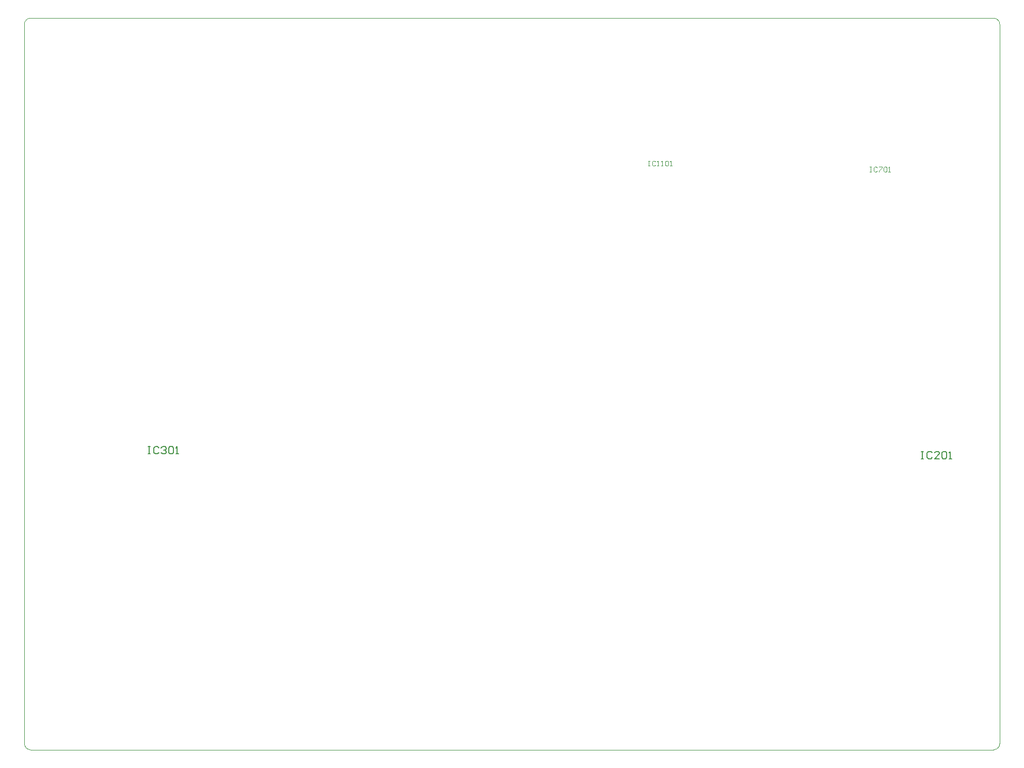
<source format=gm1>
G04*
G04 #@! TF.GenerationSoftware,Altium Limited,Altium Designer,21.4.1 (30)*
G04*
G04 Layer_Color=16711935*
%FSLAX25Y25*%
%MOIN*%
G70*
G04*
G04 #@! TF.SameCoordinates,ABD127B9-61DE-435D-9B50-71DF74D21850*
G04*
G04*
G04 #@! TF.FilePolarity,Positive*
G04*
G01*
G75*
%ADD14C,0.00394*%
%ADD170C,0.00000*%
%ADD171C,0.00591*%
D14*
X402875Y380215D02*
X403925D01*
X403400D01*
Y377066D01*
X402875D01*
X403925D01*
X407598Y379690D02*
X407073Y380215D01*
X406024D01*
X405499Y379690D01*
Y377591D01*
X406024Y377066D01*
X407073D01*
X407598Y377591D01*
X408647Y377066D02*
X409697D01*
X409172D01*
Y380215D01*
X408647Y379690D01*
X411271Y377066D02*
X412321D01*
X411796D01*
Y380215D01*
X411271Y379690D01*
X413895D02*
X414420Y380215D01*
X415469D01*
X415994Y379690D01*
Y377591D01*
X415469Y377066D01*
X414420D01*
X413895Y377591D01*
Y379690D01*
X417044Y377066D02*
X418093D01*
X417568D01*
Y380215D01*
X417044Y379690D01*
X546000Y376465D02*
X547050D01*
X546525D01*
Y373316D01*
X546000D01*
X547050D01*
X550723Y375940D02*
X550198Y376465D01*
X549149D01*
X548624Y375940D01*
Y373841D01*
X549149Y373316D01*
X550198D01*
X550723Y373841D01*
X551772Y376465D02*
X553871D01*
Y375940D01*
X551772Y373841D01*
Y373316D01*
X554921Y375940D02*
X555446Y376465D01*
X556495D01*
X557020Y375940D01*
Y373841D01*
X556495Y373316D01*
X555446D01*
X554921Y373841D01*
Y375940D01*
X558070Y373316D02*
X559119D01*
X558594D01*
Y376465D01*
X558070Y375940D01*
D170*
X0Y3937D02*
G03*
X3937Y0I3937J0D01*
G01*
X625984D02*
G03*
X629921Y3937I0J3937D01*
G01*
Y468504D02*
G03*
X625984Y472441I-3937J0D01*
G01*
X3937D02*
G03*
X0Y468504I0J-3937D01*
G01*
X629921Y3937D02*
Y468504D01*
X3937Y472441D02*
X625984D01*
X0Y3937D02*
Y468504D01*
X3937Y0D02*
X625984D01*
D171*
X79750Y195789D02*
X81324D01*
X80537D01*
Y191066D01*
X79750D01*
X81324D01*
X86834Y195002D02*
X86047Y195789D01*
X84473D01*
X83686Y195002D01*
Y191853D01*
X84473Y191066D01*
X86047D01*
X86834Y191853D01*
X88409Y195002D02*
X89196Y195789D01*
X90770D01*
X91557Y195002D01*
Y194215D01*
X90770Y193427D01*
X89983D01*
X90770D01*
X91557Y192640D01*
Y191853D01*
X90770Y191066D01*
X89196D01*
X88409Y191853D01*
X93132Y195002D02*
X93919Y195789D01*
X95493D01*
X96280Y195002D01*
Y191853D01*
X95493Y191066D01*
X93919D01*
X93132Y191853D01*
Y195002D01*
X97854Y191066D02*
X99429D01*
X98642D01*
Y195789D01*
X97854Y195002D01*
X579125Y192664D02*
X580699D01*
X579912D01*
Y187941D01*
X579125D01*
X580699D01*
X586209Y191877D02*
X585422Y192664D01*
X583848D01*
X583061Y191877D01*
Y188728D01*
X583848Y187941D01*
X585422D01*
X586209Y188728D01*
X590932Y187941D02*
X587784D01*
X590932Y191090D01*
Y191877D01*
X590145Y192664D01*
X588571D01*
X587784Y191877D01*
X592507D02*
X593294Y192664D01*
X594868D01*
X595655Y191877D01*
Y188728D01*
X594868Y187941D01*
X593294D01*
X592507Y188728D01*
Y191877D01*
X597229Y187941D02*
X598804D01*
X598017D01*
Y192664D01*
X597229Y191877D01*
M02*

</source>
